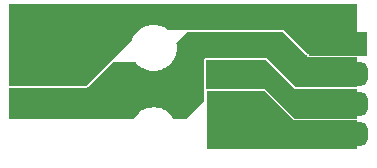
<source format=gbr>
%TF.GenerationSoftware,Altium Limited,Altium Designer,21.2.2 (38)*%
G04 Layer_Physical_Order=2*
G04 Layer_Color=16711680*
%FSLAX45Y45*%
%MOMM*%
%TF.SameCoordinates,B99934B0-A272-4072-8E61-E06CCB3B2E9A*%
%TF.FilePolarity,Positive*%
%TF.FileFunction,Copper,L2,Bot,Signal*%
%TF.Part,Single*%
G01*
G75*
%TA.AperFunction,ComponentPad*%
%ADD10R,5.00000X2.00000*%
G04:AMPARAMS|DCode=11|XSize=2mm|YSize=5mm|CornerRadius=0.5mm|HoleSize=0mm|Usage=FLASHONLY|Rotation=270.000|XOffset=0mm|YOffset=0mm|HoleType=Round|Shape=RoundedRectangle|*
%AMROUNDEDRECTD11*
21,1,2.00000,4.00000,0,0,270.0*
21,1,1.00000,5.00000,0,0,270.0*
1,1,1.00000,-2.00000,-0.50000*
1,1,1.00000,-2.00000,0.50000*
1,1,1.00000,2.00000,0.50000*
1,1,1.00000,2.00000,-0.50000*
%
%ADD11ROUNDEDRECTD11*%
%ADD12C,1.50000*%
%ADD13R,1.50000X1.50000*%
G36*
X2974512Y1050000D02*
X2550000D01*
X2350000Y1250000D01*
X1376464D01*
X1376392Y1250071D01*
X1374305Y1251466D01*
X1372530Y1253242D01*
X1344686Y1271846D01*
X1342367Y1272807D01*
X1340280Y1274201D01*
X1309342Y1287016D01*
X1306879Y1287506D01*
X1304560Y1288467D01*
X1271716Y1295000D01*
X1269205D01*
X1266743Y1295490D01*
X1233256D01*
X1230795Y1295000D01*
X1228283D01*
X1195440Y1288467D01*
X1193121Y1287506D01*
X1190659Y1287016D01*
X1159720Y1274201D01*
X1157632Y1272806D01*
X1155313Y1271846D01*
X1127470Y1253242D01*
X1125695Y1251466D01*
X1123607Y1250072D01*
X1099928Y1226393D01*
X1098533Y1224305D01*
X1096758Y1222530D01*
X1078154Y1194686D01*
X1077193Y1192367D01*
X1075799Y1190280D01*
X1065559Y1165559D01*
X680000Y780000D01*
X25488D01*
Y1474512D01*
X2974512D01*
Y1050000D01*
D02*
G37*
G36*
X2538519Y1038519D02*
X2545000Y1035835D01*
Y1019000D01*
X2974512D01*
Y767898D01*
X2452485D01*
X2207240Y1013143D01*
X2195760Y1017898D01*
X1695760D01*
X1684279Y1013143D01*
X1679524Y1001662D01*
Y751662D01*
X1680000Y750512D01*
Y650000D01*
X1530000Y500000D01*
X1418295D01*
X1403242Y522530D01*
X1401466Y524305D01*
X1400072Y526392D01*
X1376392Y550071D01*
X1374305Y551466D01*
X1372530Y553241D01*
X1344686Y571846D01*
X1342367Y572807D01*
X1340280Y574201D01*
X1309342Y587016D01*
X1306879Y587506D01*
X1304560Y588467D01*
X1271716Y595000D01*
X1269205D01*
X1266743Y595490D01*
X1233256D01*
X1230795Y595000D01*
X1228283D01*
X1195440Y588467D01*
X1193121Y587506D01*
X1190659Y587016D01*
X1159720Y574201D01*
X1157632Y572806D01*
X1155313Y571845D01*
X1127470Y553241D01*
X1125695Y551466D01*
X1123607Y550072D01*
X1099928Y526392D01*
X1098533Y524305D01*
X1096758Y522530D01*
X1081704Y500000D01*
X25488D01*
Y763764D01*
X680000D01*
X691480Y768519D01*
X902961Y980000D01*
X1095068D01*
X1096758Y977470D01*
X1098533Y975695D01*
X1099928Y973607D01*
X1123607Y949929D01*
X1125695Y948534D01*
X1127470Y946758D01*
X1155313Y928154D01*
X1157633Y927193D01*
X1159720Y925799D01*
X1190658Y912984D01*
X1193121Y912494D01*
X1195440Y911533D01*
X1228284Y905000D01*
X1230795D01*
X1233256Y904511D01*
X1266743D01*
X1269206Y905000D01*
X1271716D01*
X1304560Y911533D01*
X1306880Y912494D01*
X1309341Y912984D01*
X1340280Y925799D01*
X1342368Y927194D01*
X1344686Y928154D01*
X1372530Y946758D01*
X1374305Y948534D01*
X1376392Y949928D01*
X1400071Y973607D01*
X1401466Y975695D01*
X1403242Y977470D01*
X1421846Y1005313D01*
X1422807Y1007633D01*
X1424201Y1009720D01*
X1437016Y1040658D01*
X1437506Y1043121D01*
X1438467Y1045440D01*
X1445000Y1078284D01*
Y1080795D01*
X1445490Y1083256D01*
Y1100000D01*
Y1116744D01*
X1445000Y1119205D01*
Y1121717D01*
X1441137Y1141137D01*
X1533764Y1233764D01*
X2343275D01*
X2538519Y1038519D01*
D02*
G37*
G36*
X2445760Y751662D02*
X2974512D01*
Y501662D01*
X2445760D01*
X2195760Y751662D01*
X1695760D01*
Y1001662D01*
X2195760D01*
X2445760Y751662D01*
D02*
G37*
G36*
X2434279Y490181D02*
X2445760Y485426D01*
X2974512D01*
Y242024D01*
X1699110D01*
Y735426D01*
X2189034D01*
X2434279Y490181D01*
D02*
G37*
D10*
X2810000Y1134000D02*
D03*
D11*
Y880000D02*
D03*
Y626000D02*
D03*
Y372000D02*
D03*
D12*
X246000Y623000D02*
D03*
Y877000D02*
D03*
X500000Y623000D02*
D03*
X1846000D02*
D03*
Y877000D02*
D03*
X2100000Y623000D02*
D03*
D13*
X500000Y877000D02*
D03*
X2100000D02*
D03*
%TF.MD5,ae42addfd2e639721f6ac99c48868019*%
M02*

</source>
